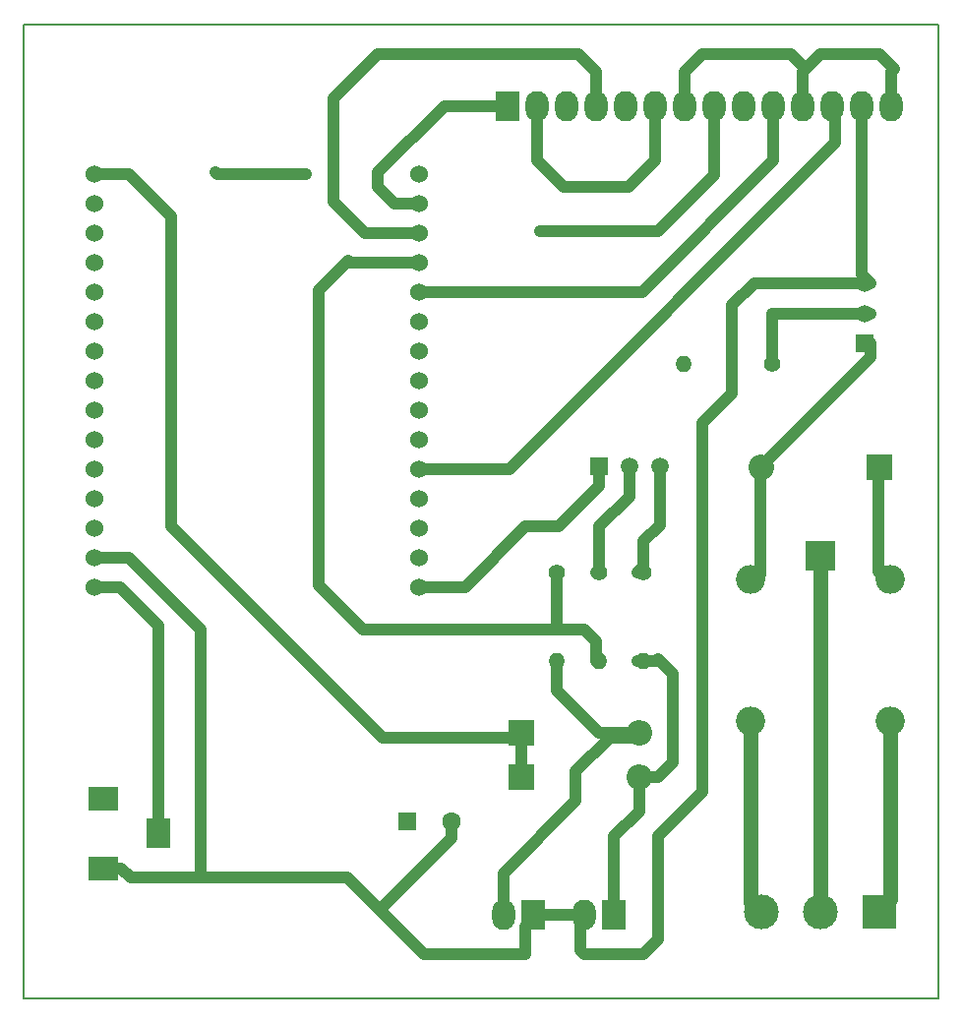
<source format=gbr>
G04 #@! TF.GenerationSoftware,KiCad,Pcbnew,(5.0.2)-1*
G04 #@! TF.CreationDate,2019-05-12T16:02:16+10:00*
G04 #@! TF.ProjectId,DTC,4454432e-6b69-4636-9164-5f7063625858,rev?*
G04 #@! TF.SameCoordinates,Original*
G04 #@! TF.FileFunction,Copper,L2,Bot*
G04 #@! TF.FilePolarity,Positive*
%FSLAX46Y46*%
G04 Gerber Fmt 4.6, Leading zero omitted, Abs format (unit mm)*
G04 Created by KiCad (PCBNEW (5.0.2)-1) date 12/05/2019 16:02:16*
%MOMM*%
%LPD*%
G01*
G04 APERTURE LIST*
G04 #@! TA.AperFunction,NonConductor*
%ADD10C,0.150000*%
G04 #@! TD*
G04 #@! TA.AperFunction,ComponentPad*
%ADD11O,2.200000X2.200000*%
G04 #@! TD*
G04 #@! TA.AperFunction,ComponentPad*
%ADD12R,2.200000X2.200000*%
G04 #@! TD*
G04 #@! TA.AperFunction,ComponentPad*
%ADD13O,2.000000X2.600000*%
G04 #@! TD*
G04 #@! TA.AperFunction,ComponentPad*
%ADD14R,2.000000X2.600000*%
G04 #@! TD*
G04 #@! TA.AperFunction,ComponentPad*
%ADD15R,2.600000X2.000000*%
G04 #@! TD*
G04 #@! TA.AperFunction,ComponentPad*
%ADD16C,3.000000*%
G04 #@! TD*
G04 #@! TA.AperFunction,ComponentPad*
%ADD17R,3.000000X3.000000*%
G04 #@! TD*
G04 #@! TA.AperFunction,ComponentPad*
%ADD18O,2.500000X2.500000*%
G04 #@! TD*
G04 #@! TA.AperFunction,ComponentPad*
%ADD19R,2.500000X2.500000*%
G04 #@! TD*
G04 #@! TA.AperFunction,ComponentPad*
%ADD20C,1.500000*%
G04 #@! TD*
G04 #@! TA.AperFunction,ComponentPad*
%ADD21R,1.500000X1.500000*%
G04 #@! TD*
G04 #@! TA.AperFunction,ComponentPad*
%ADD22O,1.400000X1.400000*%
G04 #@! TD*
G04 #@! TA.AperFunction,ComponentPad*
%ADD23C,1.400000*%
G04 #@! TD*
G04 #@! TA.AperFunction,ComponentPad*
%ADD24C,1.524000*%
G04 #@! TD*
G04 #@! TA.AperFunction,ComponentPad*
%ADD25C,1.600000*%
G04 #@! TD*
G04 #@! TA.AperFunction,ComponentPad*
%ADD26R,1.600000X1.600000*%
G04 #@! TD*
G04 #@! TA.AperFunction,ViaPad*
%ADD27C,1.000000*%
G04 #@! TD*
G04 #@! TA.AperFunction,Conductor*
%ADD28C,1.000000*%
G04 #@! TD*
G04 #@! TA.AperFunction,Conductor*
%ADD29C,1.270000*%
G04 #@! TD*
G04 APERTURE END LIST*
D10*
X99060000Y-139700000D02*
X99060000Y-142240000D01*
X99060000Y-58420000D02*
X99060000Y-139700000D01*
X101600000Y-58420000D02*
X99060000Y-58420000D01*
X177800000Y-58420000D02*
X101600000Y-58420000D01*
X177800000Y-142240000D02*
X177800000Y-58420000D01*
X99060000Y-142240000D02*
X177800000Y-142240000D01*
D11*
G04 #@! TO.P,D1,2*
G04 #@! TO.N,Net-(D1-Pad2)*
X152019000Y-119380000D03*
D12*
G04 #@! TO.P,D1,1*
G04 #@! TO.N,Net-(D1-Pad1)*
X141859000Y-119380000D03*
G04 #@! TD*
G04 #@! TO.P,D2,1*
G04 #@! TO.N,Net-(D1-Pad1)*
X141859000Y-123190000D03*
D11*
G04 #@! TO.P,D2,2*
G04 #@! TO.N,Net-(D2-Pad2)*
X152019000Y-123190000D03*
G04 #@! TD*
G04 #@! TO.P,D3,2*
G04 #@! TO.N,Net-(D3-Pad2)*
X162560000Y-96520000D03*
D12*
G04 #@! TO.P,D3,1*
G04 #@! TO.N,Net-(C1-Pad1)*
X172720000Y-96520000D03*
G04 #@! TD*
D13*
G04 #@! TO.P,J1,14*
G04 #@! TO.N,Net-(J1-Pad11)*
X173736000Y-65405000D03*
G04 #@! TO.P,J1,13*
G04 #@! TO.N,Net-(C1-Pad2)*
X171196000Y-65405000D03*
G04 #@! TO.P,J1,12*
G04 #@! TO.N,Net-(J1-Pad12)*
X168656000Y-65405000D03*
G04 #@! TO.P,J1,11*
G04 #@! TO.N,Net-(J1-Pad11)*
X166116000Y-65405000D03*
G04 #@! TO.P,J1,10*
G04 #@! TO.N,Net-(J1-Pad10)*
X163576000Y-65405000D03*
G04 #@! TO.P,J1,9*
G04 #@! TO.N,Net-(J1-Pad3)*
X161036000Y-65405000D03*
G04 #@! TO.P,J1,8*
G04 #@! TO.N,Net-(J1-Pad5)*
X158496000Y-65405000D03*
G04 #@! TO.P,J1,7*
G04 #@! TO.N,Net-(J1-Pad11)*
X155956000Y-65405000D03*
G04 #@! TO.P,J1,6*
G04 #@! TO.N,Net-(J1-Pad2)*
X153416000Y-65405000D03*
G04 #@! TO.P,J1,5*
G04 #@! TO.N,Net-(J1-Pad5)*
X150876000Y-65405000D03*
G04 #@! TO.P,J1,4*
G04 #@! TO.N,Net-(J1-Pad4)*
X148336000Y-65405000D03*
G04 #@! TO.P,J1,3*
G04 #@! TO.N,Net-(J1-Pad3)*
X145796000Y-65405000D03*
G04 #@! TO.P,J1,2*
G04 #@! TO.N,Net-(J1-Pad2)*
X143256000Y-65405000D03*
D14*
G04 #@! TO.P,J1,1*
G04 #@! TO.N,Net-(J1-Pad1)*
X140716000Y-65405000D03*
G04 #@! TD*
D13*
G04 #@! TO.P,J2,2*
G04 #@! TO.N,Net-(D1-Pad2)*
X140346723Y-135058759D03*
D14*
G04 #@! TO.P,J2,1*
G04 #@! TO.N,Net-(C1-Pad2)*
X142886723Y-135058759D03*
G04 #@! TD*
G04 #@! TO.P,J3,1*
G04 #@! TO.N,Net-(D2-Pad2)*
X149860000Y-135058759D03*
D13*
G04 #@! TO.P,J3,2*
G04 #@! TO.N,Net-(C1-Pad2)*
X147320000Y-135058759D03*
G04 #@! TD*
D14*
G04 #@! TO.P,J4,3*
G04 #@! TO.N,Net-(C1-Pad1)*
X110618000Y-128016000D03*
D15*
G04 #@! TO.P,J4,1*
G04 #@! TO.N,Net-(J4-Pad1)*
X105918000Y-125016000D03*
G04 #@! TO.P,J4,2*
G04 #@! TO.N,Net-(C1-Pad2)*
X105918000Y-131016000D03*
G04 #@! TD*
D16*
G04 #@! TO.P,J5,3*
G04 #@! TO.N,Net-(J5-Pad3)*
X162560000Y-134747000D03*
G04 #@! TO.P,J5,2*
G04 #@! TO.N,Net-(J5-Pad2)*
X167640000Y-134747000D03*
D17*
G04 #@! TO.P,J5,1*
G04 #@! TO.N,Net-(J5-Pad1)*
X172720000Y-134747000D03*
G04 #@! TD*
D18*
G04 #@! TO.P,K1,5*
G04 #@! TO.N,Net-(C1-Pad1)*
X173640000Y-106140000D03*
G04 #@! TO.P,K1,4*
G04 #@! TO.N,Net-(J5-Pad1)*
X173640000Y-118340000D03*
G04 #@! TO.P,K1,3*
G04 #@! TO.N,Net-(J5-Pad3)*
X161640000Y-118340000D03*
G04 #@! TO.P,K1,2*
G04 #@! TO.N,Net-(D3-Pad2)*
X161640000Y-106140000D03*
D19*
G04 #@! TO.P,K1,1*
G04 #@! TO.N,Net-(J5-Pad2)*
X167640000Y-104140000D03*
G04 #@! TD*
D20*
G04 #@! TO.P,Q1,2*
G04 #@! TO.N,Net-(Q1-Pad2)*
X171450000Y-83252000D03*
G04 #@! TO.P,Q1,3*
G04 #@! TO.N,Net-(C1-Pad2)*
X171450000Y-80652000D03*
D21*
G04 #@! TO.P,Q1,1*
G04 #@! TO.N,Net-(D3-Pad2)*
X171450000Y-85852000D03*
G04 #@! TD*
G04 #@! TO.P,Q2,1*
G04 #@! TO.N,Net-(J1-Pad11)*
X148590000Y-96393000D03*
D20*
G04 #@! TO.P,Q2,3*
G04 #@! TO.N,Net-(Q2-Pad3)*
X153790000Y-96393000D03*
G04 #@! TO.P,Q2,2*
G04 #@! TO.N,Net-(Q2-Pad2)*
X151190000Y-96393000D03*
G04 #@! TD*
D22*
G04 #@! TO.P,R1,2*
G04 #@! TO.N,Net-(R1-Pad2)*
X155829000Y-87630000D03*
D23*
G04 #@! TO.P,R1,1*
G04 #@! TO.N,Net-(Q1-Pad2)*
X163449000Y-87630000D03*
G04 #@! TD*
G04 #@! TO.P,R2,1*
G04 #@! TO.N,Net-(Q2-Pad2)*
X148590000Y-105537000D03*
D22*
G04 #@! TO.P,R2,2*
G04 #@! TO.N,Net-(R2-Pad2)*
X148590000Y-113157000D03*
G04 #@! TD*
G04 #@! TO.P,R3,2*
G04 #@! TO.N,Net-(D1-Pad2)*
X144907000Y-113157000D03*
D23*
G04 #@! TO.P,R3,1*
G04 #@! TO.N,Net-(R2-Pad2)*
X144907000Y-105537000D03*
G04 #@! TD*
G04 #@! TO.P,R4,1*
G04 #@! TO.N,Net-(Q2-Pad3)*
X152400000Y-105537000D03*
D22*
G04 #@! TO.P,R4,2*
G04 #@! TO.N,Net-(D2-Pad2)*
X152400000Y-113157000D03*
G04 #@! TD*
D24*
G04 #@! TO.P,U1,1*
G04 #@! TO.N,Net-(D1-Pad1)*
X105156000Y-71247000D03*
G04 #@! TO.P,U1,2*
G04 #@! TO.N,Net-(U1-Pad2)*
X105156000Y-73787000D03*
G04 #@! TO.P,U1,3*
G04 #@! TO.N,Net-(U1-Pad3)*
X105156000Y-76327000D03*
G04 #@! TO.P,U1,4*
G04 #@! TO.N,Net-(U1-Pad4)*
X105156000Y-78867000D03*
G04 #@! TO.P,U1,5*
G04 #@! TO.N,Net-(U1-Pad5)*
X105156000Y-81407000D03*
G04 #@! TO.P,U1,6*
G04 #@! TO.N,Net-(U1-Pad6)*
X105156000Y-83947000D03*
G04 #@! TO.P,U1,7*
G04 #@! TO.N,Net-(U1-Pad7)*
X105156000Y-86487000D03*
G04 #@! TO.P,U1,8*
G04 #@! TO.N,Net-(U1-Pad8)*
X105156000Y-89027000D03*
G04 #@! TO.P,U1,9*
G04 #@! TO.N,Net-(U1-Pad9)*
X105156000Y-91567000D03*
G04 #@! TO.P,U1,10*
G04 #@! TO.N,Net-(U1-Pad10)*
X105156000Y-94107000D03*
G04 #@! TO.P,U1,11*
G04 #@! TO.N,Net-(U1-Pad11)*
X105156000Y-96647000D03*
G04 #@! TO.P,U1,12*
G04 #@! TO.N,Net-(U1-Pad12)*
X105156000Y-99187000D03*
G04 #@! TO.P,U1,13*
G04 #@! TO.N,Net-(U1-Pad13)*
X105156000Y-101727000D03*
G04 #@! TO.P,U1,14*
G04 #@! TO.N,Net-(C1-Pad2)*
X105156000Y-104267000D03*
G04 #@! TO.P,U1,15*
G04 #@! TO.N,Net-(C1-Pad1)*
X105156000Y-106807000D03*
G04 #@! TO.P,U1,16*
G04 #@! TO.N,Net-(J1-Pad11)*
X133096000Y-106807000D03*
G04 #@! TO.P,U1,17*
G04 #@! TO.N,Net-(C1-Pad2)*
X133096000Y-104267000D03*
G04 #@! TO.P,U1,18*
G04 #@! TO.N,Net-(U1-Pad18)*
X133096000Y-101727000D03*
G04 #@! TO.P,U1,19*
G04 #@! TO.N,Net-(U1-Pad19)*
X133096000Y-99187000D03*
G04 #@! TO.P,U1,20*
G04 #@! TO.N,Net-(J1-Pad12)*
X133096000Y-96647000D03*
G04 #@! TO.P,U1,21*
G04 #@! TO.N,Net-(J1-Pad3)*
X133096000Y-94107000D03*
G04 #@! TO.P,U1,22*
G04 #@! TO.N,Net-(J1-Pad2)*
X133096000Y-91567000D03*
G04 #@! TO.P,U1,23*
G04 #@! TO.N,Net-(J1-Pad5)*
X133096000Y-89027000D03*
G04 #@! TO.P,U1,24*
G04 #@! TO.N,Net-(C1-Pad2)*
X133096000Y-86487000D03*
G04 #@! TO.P,U1,25*
G04 #@! TO.N,Net-(U1-Pad25)*
X133096000Y-83947000D03*
G04 #@! TO.P,U1,26*
G04 #@! TO.N,Net-(J1-Pad10)*
X133096000Y-81407000D03*
G04 #@! TO.P,U1,27*
G04 #@! TO.N,Net-(R2-Pad2)*
X133096000Y-78867000D03*
G04 #@! TO.P,U1,28*
G04 #@! TO.N,Net-(J1-Pad4)*
X133096000Y-76327000D03*
G04 #@! TO.P,U1,29*
G04 #@! TO.N,Net-(J1-Pad1)*
X133096000Y-73787000D03*
G04 #@! TO.P,U1,30*
G04 #@! TO.N,Net-(R1-Pad2)*
X133096000Y-71247000D03*
G04 #@! TD*
D25*
G04 #@! TO.P,C1,2*
G04 #@! TO.N,Net-(C1-Pad2)*
X135880000Y-127000000D03*
D26*
G04 #@! TO.P,C1,1*
G04 #@! TO.N,Net-(C1-Pad1)*
X132080000Y-127000000D03*
G04 #@! TD*
D27*
G04 #@! TO.N,Net-(J1-Pad5)*
X143510000Y-76200000D03*
G04 #@! TO.N,Net-(R1-Pad2)*
X123317000Y-71247000D03*
X115570000Y-71120000D03*
G04 #@! TD*
D28*
G04 #@! TO.N,Net-(D1-Pad2)*
X144907000Y-115697000D02*
X144907000Y-113157000D01*
X148590000Y-119380000D02*
X144907000Y-115697000D01*
X152019000Y-119761000D02*
X151638000Y-119380000D01*
X151638000Y-119380000D02*
X148590000Y-119380000D01*
X149479000Y-119761000D02*
X152019000Y-119761000D01*
X146558000Y-122682000D02*
X149479000Y-119761000D01*
X146558000Y-125222000D02*
X146558000Y-122682000D01*
X140346723Y-135058759D02*
X140346723Y-131433277D01*
X140346723Y-131433277D02*
X146558000Y-125222000D01*
G04 #@! TO.N,Net-(D1-Pad1)*
X141859000Y-123190000D02*
X141859000Y-119761000D01*
X108077000Y-71247000D02*
X105156000Y-71247000D01*
X111760000Y-74930000D02*
X108077000Y-71247000D01*
X111760000Y-101600000D02*
X111760000Y-74930000D01*
X141859000Y-119761000D02*
X129921000Y-119761000D01*
X129921000Y-119761000D02*
X111760000Y-101600000D01*
G04 #@! TO.N,Net-(D2-Pad2)*
X152019000Y-123190000D02*
X153670000Y-123190000D01*
X153670000Y-123190000D02*
X154940000Y-121920000D01*
X154940000Y-121920000D02*
X154940000Y-114300000D01*
X154940000Y-114300000D02*
X153670000Y-113030000D01*
X153543000Y-113157000D02*
X151892000Y-113157000D01*
X153670000Y-113030000D02*
X153543000Y-113157000D01*
X149860000Y-134689482D02*
X149490723Y-135058759D01*
X149860000Y-128270000D02*
X149860000Y-134689482D01*
X152019000Y-123190000D02*
X152019000Y-126111000D01*
X152019000Y-126111000D02*
X149860000Y-128270000D01*
G04 #@! TO.N,Net-(D3-Pad2)*
X171958000Y-86995000D02*
X162433000Y-96520000D01*
X171958000Y-85852000D02*
X171958000Y-86995000D01*
X162433000Y-105728000D02*
X161640000Y-106521000D01*
X162433000Y-96520000D02*
X162433000Y-105728000D01*
G04 #@! TO.N,Net-(J1-Pad11)*
X165100000Y-60960000D02*
X166370000Y-62230000D01*
X157480000Y-60960000D02*
X165100000Y-60960000D01*
X155956000Y-65405000D02*
X155956000Y-62484000D01*
X155956000Y-62484000D02*
X157480000Y-60960000D01*
X166116000Y-62484000D02*
X166370000Y-62230000D01*
X166116000Y-65405000D02*
X166116000Y-62484000D01*
X166116000Y-62484000D02*
X167640000Y-60960000D01*
X167640000Y-60960000D02*
X172720000Y-60960000D01*
X172720000Y-60960000D02*
X173990000Y-62230000D01*
X173736000Y-62484000D02*
X173736000Y-65405000D01*
X173990000Y-62230000D02*
X173736000Y-62484000D01*
X137033000Y-106807000D02*
X133096000Y-106807000D01*
X142240000Y-101600000D02*
X137033000Y-106807000D01*
X145133000Y-101600000D02*
X142240000Y-101600000D01*
X148590000Y-96393000D02*
X148590000Y-98143000D01*
X148590000Y-98143000D02*
X145133000Y-101600000D01*
G04 #@! TO.N,Net-(J1-Pad12)*
X134173630Y-96647000D02*
X133096000Y-96647000D01*
X140843000Y-96647000D02*
X134173630Y-96647000D01*
X168910000Y-68580000D02*
X140843000Y-96647000D01*
X168910000Y-65959000D02*
X168910000Y-68580000D01*
X168656000Y-65405000D02*
X168656000Y-65705000D01*
X168656000Y-65705000D02*
X168910000Y-65959000D01*
G04 #@! TO.N,Net-(J1-Pad10)*
X152273000Y-81407000D02*
X133096000Y-81407000D01*
X163576000Y-65405000D02*
X163576000Y-70104000D01*
X163576000Y-70104000D02*
X152273000Y-81407000D01*
G04 #@! TO.N,Net-(J1-Pad5)*
X153670000Y-76200000D02*
X153670000Y-76200000D01*
X158496000Y-71374000D02*
X158496000Y-65405000D01*
X143510000Y-76200000D02*
X153670000Y-76200000D01*
X153670000Y-76200000D02*
X158496000Y-71374000D01*
G04 #@! TO.N,Net-(J1-Pad2)*
X143256000Y-65405000D02*
X143256000Y-70104000D01*
X143256000Y-70104000D02*
X145542000Y-72390000D01*
X145542000Y-72390000D02*
X151130000Y-72390000D01*
X153416000Y-70104000D02*
X153416000Y-65405000D01*
X151130000Y-72390000D02*
X153416000Y-70104000D01*
G04 #@! TO.N,Net-(J1-Pad4)*
X128397000Y-76327000D02*
X133096000Y-76327000D01*
X148336000Y-65405000D02*
X148336000Y-62484000D01*
X148336000Y-62484000D02*
X146812000Y-60960000D01*
X146812000Y-60960000D02*
X129540000Y-60960000D01*
X129540000Y-60960000D02*
X125730000Y-64770000D01*
X125730000Y-64770000D02*
X125730000Y-73660000D01*
X125730000Y-73660000D02*
X128397000Y-76327000D01*
G04 #@! TO.N,Net-(J1-Pad1)*
X135255000Y-65405000D02*
X140716000Y-65405000D01*
X129540000Y-71120000D02*
X135255000Y-65405000D01*
X129540000Y-72390000D02*
X129540000Y-71120000D01*
X133096000Y-73787000D02*
X130937000Y-73787000D01*
X130937000Y-73787000D02*
X129540000Y-72390000D01*
G04 #@! TO.N,Net-(J5-Pad3)*
X161640000Y-133954000D02*
X162433000Y-134747000D01*
D29*
X161640000Y-118721000D02*
X161640000Y-133954000D01*
D28*
G04 #@! TO.N,Net-(J5-Pad2)*
X167640000Y-134620000D02*
X167513000Y-134747000D01*
D29*
X167640000Y-104521000D02*
X167640000Y-134620000D01*
D28*
G04 #@! TO.N,Net-(J5-Pad1)*
X173640000Y-133700000D02*
X172593000Y-134747000D01*
D29*
X173640000Y-118721000D02*
X173640000Y-133700000D01*
D28*
G04 #@! TO.N,Net-(Q1-Pad2)*
X171898000Y-83312000D02*
X171958000Y-83252000D01*
X163449000Y-83312000D02*
X171898000Y-83312000D01*
X163449000Y-83312000D02*
X163449000Y-87630000D01*
G04 #@! TO.N,Net-(Q2-Pad3)*
X152400000Y-105029000D02*
X151892000Y-105537000D01*
X152400000Y-102870000D02*
X152400000Y-105029000D01*
X153790000Y-101480000D02*
X152400000Y-102870000D01*
X153790000Y-96901000D02*
X153790000Y-101480000D01*
G04 #@! TO.N,Net-(Q2-Pad2)*
X148590000Y-105283000D02*
X148336000Y-105537000D01*
X148590000Y-101600000D02*
X148590000Y-105283000D01*
X151190000Y-99000000D02*
X148590000Y-101600000D01*
X151190000Y-96901000D02*
X151190000Y-99000000D01*
G04 #@! TO.N,Net-(R1-Pad2)*
X115697000Y-71247000D02*
X115570000Y-71120000D01*
X123317000Y-71247000D02*
X115697000Y-71247000D01*
G04 #@! TO.N,Net-(R2-Pad2)*
X127000000Y-78740000D02*
X127127000Y-78867000D01*
X144679051Y-110490000D02*
X128270000Y-110490000D01*
X128270000Y-110490000D02*
X124460000Y-106680000D01*
X124460000Y-106680000D02*
X124460000Y-81280000D01*
X127127000Y-78867000D02*
X133096000Y-78867000D01*
X124460000Y-81280000D02*
X127000000Y-78740000D01*
X144907000Y-110262051D02*
X144679051Y-110490000D01*
X144907000Y-105537000D02*
X144907000Y-110262051D01*
X148336000Y-113157000D02*
X148590000Y-112903000D01*
X148336000Y-113157000D02*
X148336000Y-111506000D01*
X147320000Y-110490000D02*
X144679051Y-110490000D01*
X148336000Y-111506000D02*
X147320000Y-110490000D01*
G04 #@! TO.N,Net-(C1-Pad2)*
X105918000Y-131016000D02*
X105618000Y-131016000D01*
X107468000Y-131016000D02*
X108278000Y-131826000D01*
X105918000Y-131016000D02*
X107468000Y-131016000D01*
X144136723Y-135058759D02*
X146950723Y-135058759D01*
X142886723Y-135058759D02*
X144136723Y-135058759D01*
X171196000Y-79890000D02*
X171958000Y-80652000D01*
X171196000Y-65405000D02*
X171196000Y-79890000D01*
X105156000Y-104267000D02*
X108077000Y-104267000D01*
X108077000Y-104267000D02*
X114300000Y-110490000D01*
X114300000Y-110490000D02*
X114300000Y-131826000D01*
X108278000Y-131826000D02*
X114300000Y-131826000D01*
X142886723Y-135358759D02*
X142886723Y-135058759D01*
X142240000Y-136005482D02*
X142886723Y-135358759D01*
X142240000Y-138430000D02*
X142240000Y-136005482D01*
X133477000Y-138430000D02*
X142240000Y-138430000D01*
X114300000Y-131826000D02*
X126873000Y-131826000D01*
X135880000Y-128407000D02*
X129667000Y-134620000D01*
X135880000Y-127000000D02*
X135880000Y-128407000D01*
X126873000Y-131826000D02*
X129667000Y-134620000D01*
X129667000Y-134620000D02*
X133477000Y-138430000D01*
X161918000Y-80652000D02*
X171958000Y-80652000D01*
X160020000Y-82550000D02*
X161918000Y-80652000D01*
X160020000Y-90170000D02*
X160020000Y-82550000D01*
X157480000Y-124460000D02*
X157480000Y-92710000D01*
X146950723Y-135058759D02*
X146950723Y-138060723D01*
X157480000Y-92710000D02*
X160020000Y-90170000D01*
X147320000Y-138430000D02*
X152400000Y-138430000D01*
X146950723Y-138060723D02*
X147320000Y-138430000D01*
X152400000Y-138430000D02*
X153670000Y-137160000D01*
X153670000Y-137160000D02*
X153670000Y-128270000D01*
X153670000Y-128270000D02*
X157480000Y-124460000D01*
G04 #@! TO.N,Net-(C1-Pad1)*
X105156000Y-106807000D02*
X107315000Y-106807000D01*
X110618000Y-110110000D02*
X110618000Y-128016000D01*
X107315000Y-106807000D02*
X110618000Y-110110000D01*
X172593000Y-105474000D02*
X173640000Y-106521000D01*
X172593000Y-96520000D02*
X172593000Y-105474000D01*
G04 #@! TD*
M02*

</source>
